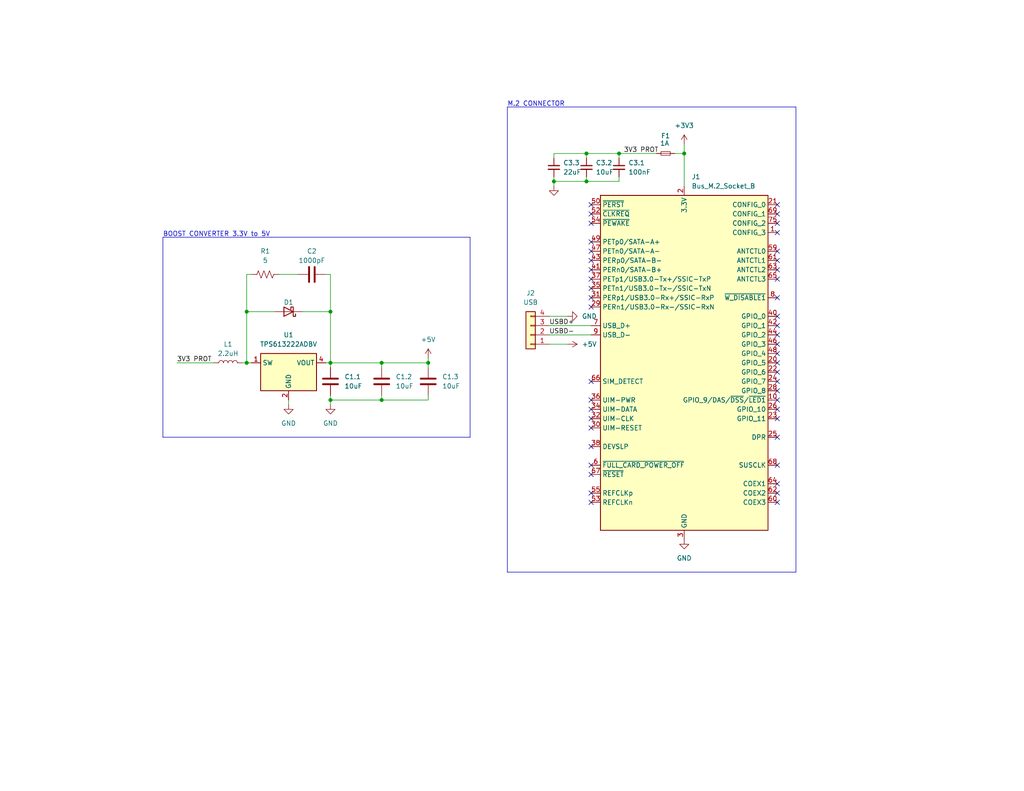
<source format=kicad_sch>
(kicad_sch (version 20230121) (generator eeschema)
  (paper "USLetter")
  (title_block (title "Logitech Unifying 2242") (date "2023-01-24") (rev "A") (company "Ben Owen"))
  (lib_symbols
    (symbol "Connector:Bus_M.2_Socket_B"
      (property "Reference" "J" (at -22.86 46.99 0))
      (property "Value" "Bus_M.2_Socket_B" (at 16.51 46.99 0))
      (symbol "Bus_M.2_Socket_B_0_1"
        (rectangle (start -22.86 45.72) (end 22.86 -45.72) (stroke (width 0.254)) (fill (type background)))
      )
      (symbol "Bus_M.2_Socket_B_1_1"
        (pin input line (at 25.4 35.56 180) (length 2.54) (name "CONFIG_3") (number "1"))
        (pin bidirectional line (at 25.4 -10.16 180) (length 2.54) (name "GPIO_9/DAS/~{DSS}/~{LED1}") (number "10"))
        (pin passive line (at 0 -48.26 90) (length 2.54) hide (name "GND") (number "11"))
        (pin power_in line (at 0 48.26 270) (length 2.54) (name "3.3V") (number "2"))
        (pin bidirectional line (at 25.4 0 180) (length 2.54) (name "GPIO_5") (number "20"))
        (pin input line (at 25.4 43.18 180) (length 2.54) (name "CONFIG_0") (number "21"))
        (pin bidirectional line (at 25.4 -2.54 180) (length 2.54) (name "GPIO_6") (number "22"))
        (pin bidirectional line (at 25.4 -15.24 180) (length 2.54) (name "GPIO_11") (number "23"))
        (pin bidirectional line (at 25.4 -5.08 180) (length 2.54) (name "GPIO_7") (number "24"))
        (pin output line (at 25.4 -20.32 180) (length 2.54) (name "DPR") (number "25"))
        (pin bidirectional line (at 25.4 -12.7 180) (length 2.54) (name "GPIO_10") (number "26"))
        (pin passive line (at 0 -48.26 90) (length 2.54) hide (name "GND") (number "27"))
        (pin bidirectional line (at 25.4 -7.62 180) (length 2.54) (name "GPIO_8") (number "28"))
        (pin input line (at -25.4 15.24 0) (length 2.54) (name "PERn1/USB3.0-Rx-/SSIC-RxN") (number "29"))
        (pin power_in line (at 0 -48.26 90) (length 2.54) (name "GND") (number "3"))
        (pin input line (at -25.4 -17.78 0) (length 2.54) (name "UIM-RESET") (number "30"))
        (pin input line (at -25.4 17.78 0) (length 2.54) (name "PERp1/USB3.0-Rx+/SSIC-RxP") (number "31"))
        (pin input line (at -25.4 -15.24 0) (length 2.54) (name "UIM-CLK") (number "32"))
        (pin passive line (at 0 -48.26 90) (length 2.54) hide (name "GND") (number "33"))
        (pin bidirectional line (at -25.4 -12.7 0) (length 2.54) (name "UIM-DATA") (number "34"))
        (pin output line (at -25.4 20.32 0) (length 2.54) (name "PETn1/USB3.0-Tx-/SSIC-TxN") (number "35"))
        (pin input line (at -25.4 -10.16 0) (length 2.54) (name "UIM-PWR") (number "36"))
        (pin output line (at -25.4 22.86 0) (length 2.54) (name "PETp1/USB3.0-Tx+/SSIC-TxP") (number "37"))
        (pin output line (at -25.4 -22.86 0) (length 2.54) (name "DEVSLP") (number "38"))
        (pin passive line (at 0 -48.26 90) (length 2.54) hide (name "GND") (number "39"))
        (pin passive line (at 0 48.26 270) (length 2.54) hide (name "3.3V") (number "4"))
        (pin bidirectional line (at 25.4 12.7 180) (length 2.54) (name "GPIO_0") (number "40"))
        (pin input line (at -25.4 25.4 0) (length 2.54) (name "PERn0/SATA-B+") (number "41"))
        (pin bidirectional line (at 25.4 10.16 180) (length 2.54) (name "GPIO_1") (number "42"))
        (pin input line (at -25.4 27.94 0) (length 2.54) (name "PERp0/SATA-B-") (number "43"))
        (pin bidirectional line (at 25.4 7.62 180) (length 2.54) (name "GPIO_2") (number "44"))
        (pin passive line (at 0 -48.26 90) (length 2.54) hide (name "GND") (number "45"))
        (pin bidirectional line (at 25.4 5.08 180) (length 2.54) (name "GPIO_3") (number "46"))
        (pin output line (at -25.4 30.48 0) (length 2.54) (name "PETn0/SATA-A-") (number "47"))
        (pin bidirectional line (at 25.4 2.54 180) (length 2.54) (name "GPIO_4") (number "48"))
        (pin output line (at -25.4 33.02 0) (length 2.54) (name "PETp0/SATA-A+") (number "49"))
        (pin passive line (at 0 -48.26 90) (length 2.54) hide (name "GND") (number "5"))
        (pin output line (at -25.4 43.18 0) (length 2.54) (name "~{PERST}") (number "50"))
        (pin passive line (at 0 -48.26 90) (length 2.54) hide (name "GND") (number "51"))
        (pin bidirectional line (at -25.4 40.64 0) (length 2.54) (name "~{CLKREQ}") (number "52"))
        (pin output line (at -25.4 -38.1 0) (length 2.54) (name "REFCLKn") (number "53"))
        (pin bidirectional line (at -25.4 38.1 0) (length 2.54) (name "~{PEWAKE}") (number "54"))
        (pin output line (at -25.4 -35.56 0) (length 2.54) (name "REFCLKp") (number "55"))
        (pin no_connect line (at 22.86 -43.18 180) (length 2.54) hide (name "NC") (number "56"))
        (pin passive line (at 0 -48.26 90) (length 2.54) hide (name "GND") (number "57"))
        (pin no_connect line (at 22.86 -40.64 180) (length 2.54) hide (name "NC") (number "58"))
        (pin input line (at 25.4 30.48 180) (length 2.54) (name "ANTCTL0") (number "59"))
        (pin output line (at -25.4 -27.94 0) (length 2.54) (name "~{FULL_CARD_POWER_OFF}") (number "6"))
        (pin bidirectional line (at 25.4 -38.1 180) (length 2.54) (name "COEX3") (number "60"))
        (pin input line (at 25.4 27.94 180) (length 2.54) (name "ANTCTL1") (number "61"))
        (pin bidirectional line (at 25.4 -35.56 180) (length 2.54) (name "COEX2") (number "62"))
        (pin input line (at 25.4 25.4 180) (length 2.54) (name "ANTCTL2") (number "63"))
        (pin bidirectional line (at 25.4 -33.02 180) (length 2.54) (name "COEX1") (number "64"))
        (pin input line (at 25.4 22.86 180) (length 2.54) (name "ANTCTL3") (number "65"))
        (pin output line (at -25.4 -5.08 0) (length 2.54) (name "SIM_DETECT") (number "66"))
        (pin output line (at -25.4 -30.48 0) (length 2.54) (name "~{RESET}") (number "67"))
        (pin output line (at 25.4 -27.94 180) (length 2.54) (name "SUSCLK") (number "68"))
        (pin input line (at 25.4 40.64 180) (length 2.54) (name "CONFIG_1") (number "69"))
        (pin bidirectional line (at -25.4 10.16 0) (length 2.54) (name "USB_D+") (number "7"))
        (pin passive line (at 0 48.26 270) (length 2.54) hide (name "3.3V") (number "70"))
        (pin passive line (at 0 -48.26 90) (length 2.54) hide (name "GND") (number "71"))
        (pin passive line (at 0 48.26 270) (length 2.54) hide (name "3.3V") (number "72"))
        (pin passive line (at 0 -48.26 90) (length 2.54) hide (name "GND") (number "73"))
        (pin passive line (at 0 48.26 270) (length 2.54) hide (name "3.3V") (number "74"))
        (pin input line (at 25.4 38.1 180) (length 2.54) (name "CONFIG_2") (number "75"))
        (pin output line (at 25.4 17.78 180) (length 2.54) (name "~{W_DISABLE1}") (number "8"))
        (pin bidirectional line (at -25.4 7.62 0) (length 2.54) (name "USB_D-") (number "9"))
      )
    )
    (symbol "Connector_Generic:Conn_01x04" (pin_names (offset 1.016) hide)
      (property "Reference" "J" (at 0 5.08 0))
      (property "Value" "Conn_01x04" (at 0 -7.62 0))
      (symbol "Conn_01x04_1_1"
        (rectangle (start -1.27 -4.953) (end 0 -5.207) (stroke (width 0.1524)))
        (rectangle (start -1.27 -2.413) (end 0 -2.667) (stroke (width 0.1524)))
        (rectangle (start -1.27 0.127) (end 0 -0.127) (stroke (width 0.1524)))
        (rectangle (start -1.27 2.667) (end 0 2.413) (stroke (width 0.1524)))
        (rectangle (start -1.27 3.81) (end 1.27 -6.35) (stroke (width 0.254)) (fill (type background)))
        (pin passive line (at -5.08 2.54 0) (length 3.81) (name "Pin_1") (number "1"))
        (pin passive line (at -5.08 0 0) (length 3.81) (name "Pin_2") (number "2"))
        (pin passive line (at -5.08 -2.54 0) (length 3.81) (name "Pin_3") (number "3"))
        (pin passive line (at -5.08 -5.08 0) (length 3.81) (name "Pin_4") (number "4"))
      )
    )
    (symbol "Device:C" (pin_numbers hide) (pin_names (offset 0.254))
      (property "Reference" "C" (at 0.635 2.54 0))
      (property "Value" "C" (at 0.635 -2.54 0))
      (symbol "C_0_1"
        (polyline (pts (xy -2.032 -0.762) (xy 2.032 -0.762)) (stroke (width 0.508)))
        (polyline (pts (xy -2.032 0.762) (xy 2.032 0.762)) (stroke (width 0.508)))
      )
      (symbol "C_1_1"
        (pin passive line (at 0 3.81 270) (length 2.794) (name "~") (number "1"))
        (pin passive line (at 0 -3.81 90) (length 2.794) (name "~") (number "2"))
      )
    )
    (symbol "Device:C_Small" (pin_numbers hide) (pin_names (offset 0.254) hide)
      (property "Reference" "C" (at 0.254 1.778 0))
      (property "Value" "C_Small" (at 0.254 -2.032 0))
      (symbol "C_Small_0_1"
        (polyline (pts (xy -1.524 -0.508) (xy 1.524 -0.508)) (stroke (width 0.3302)))
        (polyline (pts (xy -1.524 0.508) (xy 1.524 0.508)) (stroke (width 0.3048)))
      )
      (symbol "C_Small_1_1"
        (pin passive line (at 0 2.54 270) (length 2.032) (name "~") (number "1"))
        (pin passive line (at 0 -2.54 90) (length 2.032) (name "~") (number "2"))
      )
    )
    (symbol "Device:D_Schottky" (pin_numbers hide) (pin_names (offset 1.016) hide)
      (property "Reference" "D" (at 0 2.54 0))
      (property "Value" "D_Schottky" (at 0 -2.54 0))
      (symbol "D_Schottky_0_1"
        (polyline (pts (xy 1.27 0) (xy -1.27 0)))
        (polyline (pts (xy 1.27 1.27) (xy 1.27 -1.27) (xy -1.27 0) (xy 1.27 1.27)) (stroke (width 0.254)))
        (polyline (pts (xy -1.905 0.635) (xy -1.905 1.27) (xy -1.27 1.27) (xy -1.27 -1.27) (xy -0.635 -1.27) (xy -0.635 -0.635)) (stroke (width 0.254)))
      )
      (symbol "D_Schottky_1_1"
        (pin passive line (at -3.81 0 0) (length 2.54) (name "K") (number "1"))
        (pin passive line (at 3.81 0 180) (length 2.54) (name "A") (number "2"))
      )
    )
    (symbol "Device:Fuse_Small" (pin_numbers hide) (pin_names (offset 0.254) hide)
      (property "Reference" "F" (at 0 -1.524 0))
      (property "Value" "Fuse_Small" (at 0 1.524 0))
      (symbol "Fuse_Small_0_1"
        (rectangle (start -1.27 0.508) (end 1.27 -0.508))
        (polyline (pts (xy -1.27 0) (xy 1.27 0)))
      )
      (symbol "Fuse_Small_1_1"
        (pin passive line (at -2.54 0 0) (length 1.27) (name "~") (number "1"))
        (pin passive line (at 2.54 0 180) (length 1.27) (name "~") (number "2"))
      )
    )
    (symbol "Device:L" (pin_numbers hide) (pin_names (offset 1.016) hide)
      (property "Reference" "L" (at -1.27 0 90))
      (property "Value" "L" (at 1.905 0 90))
      (symbol "L_0_1"
        (arc (start 0 -2.54) (mid 0.6323 -1.905) (end 0 -1.27))
        (arc (start 0 -1.27) (mid 0.6323 -0.635) (end 0 0))
        (arc (start 0 0) (mid 0.6323 0.635) (end 0 1.27))
        (arc (start 0 1.27) (mid 0.6323 1.905) (end 0 2.54))
      )
      (symbol "L_1_1"
        (pin passive line (at 0 3.81 270) (length 1.27) (name "1") (number "1"))
        (pin passive line (at 0 -3.81 90) (length 1.27) (name "2") (number "2"))
      )
    )
    (symbol "Device:R_US" (pin_numbers hide) (pin_names (offset 0))
      (property "Reference" "R" (at 2.54 0 90))
      (property "Value" "R_US" (at -2.54 0 90))
      (symbol "R_US_0_1"
        (polyline (pts (xy 0 -2.286) (xy 0 -2.54)))
        (polyline (pts (xy 0 2.286) (xy 0 2.54)))
        (polyline (pts (xy 0 -0.762) (xy 1.016 -1.143) (xy 0 -1.524) (xy -1.016 -1.905) (xy 0 -2.286)))
        (polyline (pts (xy 0 0.762) (xy 1.016 0.381) (xy 0 0) (xy -1.016 -0.381) (xy 0 -0.762)))
        (polyline (pts (xy 0 2.286) (xy 1.016 1.905) (xy 0 1.524) (xy -1.016 1.143) (xy 0 0.762)))
      )
      (symbol "R_US_1_1"
        (pin passive line (at 0 3.81 270) (length 1.27) (name "~") (number "1"))
        (pin passive line (at 0 -3.81 90) (length 1.27) (name "~") (number "2"))
      )
    )
    (symbol "Regulator_Switching:TPS613222ADBV"
      (property "Reference" "U" (at -7.62 6.35 0))
      (property "Value" "TPS613222ADBV" (at 2.54 6.35 0))
      (symbol "TPS613222ADBV_0_1"
        (rectangle (start -7.62 5.08) (end 7.62 -5.08) (stroke (width 0.254)) (fill (type background)))
      )
      (symbol "TPS613222ADBV_1_1"
        (pin power_in line (at -10.16 2.54 0) (length 2.54) (name "SW") (number "1"))
        (pin power_in line (at 0 -7.62 90) (length 2.54) (name "GND") (number "2"))
        (pin no_connect line (at -7.62 -2.54 0) (length 2.54) hide (name "NC") (number "3"))
        (pin power_out line (at 10.16 2.54 180) (length 2.54) (name "VOUT") (number "4"))
        (pin no_connect line (at 7.62 -2.54 180) (length 2.54) hide (name "NC") (number "5"))
      )
    )
    (symbol "power:+3V3" (power) (pin_names (offset 0))
      (property "Value" "+3V3" (at 0 3.556 0))
      (symbol "+3V3_0_1"
        (polyline (pts (xy -0.762 1.27) (xy 0 2.54)))
        (polyline (pts (xy 0 0) (xy 0 2.54)))
        (polyline (pts (xy 0 2.54) (xy 0.762 1.27)))
      )
      (symbol "+3V3_1_1"
        (pin power_in line (at 0 0 90) (length 0) hide (name "+3V3") (number "1"))
      )
    )
    (symbol "power:+5V" (power) (pin_names (offset 0))
      (property "Value" "+5V" (at 0 3.556 0))
      (symbol "+5V_0_1"
        (polyline (pts (xy -0.762 1.27) (xy 0 2.54)))
        (polyline (pts (xy 0 0) (xy 0 2.54)))
        (polyline (pts (xy 0 2.54) (xy 0.762 1.27)))
      )
      (symbol "+5V_1_1"
        (pin power_in line (at 0 0 90) (length 0) hide (name "+5V") (number "1"))
      )
    )
    (symbol "power:GND" (power) (pin_names (offset 0))
      (property "Value" "GND" (at 0 -3.81 0))
      (symbol "GND_0_1"
        (polyline (pts (xy 0 0) (xy 0 -1.27) (xy 1.27 -1.27) (xy 0 -2.54) (xy -1.27 -1.27) (xy 0 -1.27)))
      )
      (symbol "GND_1_1"
        (pin power_in line (at 0 0 270) (length 0) hide (name "GND") (number "1"))
      )
    )
  )
  (junction (at 104.14 109.22))
  (junction (at 67.31 99.06))
  (junction (at 116.84 99.06))
  (junction (at 90.17 109.22))
  (junction (at 160.02 41.91))
  (junction (at 67.31 85.09))
  (junction (at 90.17 85.09))
  (junction (at 104.14 99.06))
  (junction (at 160.02 49.53))
  (junction (at 151.13 49.53))
  (junction (at 90.17 99.06))
  (junction (at 186.69 41.91))
  (junction (at 168.91 41.91))
  (no_connect (at 212.09 99.06))
  (no_connect (at 212.09 76.2))
  (no_connect (at 212.09 88.9))
  (no_connect (at 212.09 81.28))
  (no_connect (at 212.09 127))
  (no_connect (at 161.29 114.3))
  (no_connect (at 161.29 60.96))
  (no_connect (at 212.09 111.76))
  (no_connect (at 161.29 71.12))
  (no_connect (at 161.29 83.82))
  (no_connect (at 212.09 104.14))
  (no_connect (at 161.29 73.66))
  (no_connect (at 212.09 63.5))
  (no_connect (at 161.29 55.88))
  (no_connect (at 212.09 55.88))
  (no_connect (at 212.09 73.66))
  (no_connect (at 212.09 101.6))
  (no_connect (at 161.29 111.76))
  (no_connect (at 212.09 106.68))
  (no_connect (at 161.29 66.04))
  (no_connect (at 161.29 129.54))
  (no_connect (at 212.09 114.3))
  (no_connect (at 212.09 134.62))
  (no_connect (at 212.09 71.12))
  (no_connect (at 212.09 60.96))
  (no_connect (at 161.29 137.16))
  (no_connect (at 161.29 58.42))
  (no_connect (at 212.09 93.98))
  (no_connect (at 161.29 81.28))
  (no_connect (at 161.29 121.92))
  (no_connect (at 212.09 132.08))
  (no_connect (at 161.29 78.74))
  (no_connect (at 212.09 91.44))
  (no_connect (at 161.29 76.2))
  (no_connect (at 161.29 104.14))
  (no_connect (at 212.09 119.38))
  (no_connect (at 161.29 116.84))
  (no_connect (at 212.09 109.22))
  (no_connect (at 212.09 137.16))
  (no_connect (at 161.29 109.22))
  (no_connect (at 212.09 68.58))
  (no_connect (at 161.29 68.58))
  (no_connect (at 212.09 58.42))
  (no_connect (at 161.29 127))
  (no_connect (at 161.29 134.62))
  (no_connect (at 212.09 86.36))
  (no_connect (at 212.09 96.52))
  (wire (pts (xy 104.14 109.22) (xy 116.84 109.22)))
  (polyline (pts (xy 44.45 64.77) (xy 44.45 119.38)))
  (wire (pts (xy 149.86 88.9) (xy 161.29 88.9)))
  (wire (pts (xy 116.84 97.79) (xy 116.84 99.06)))
  (wire (pts (xy 168.91 41.91) (xy 160.02 41.91)))
  (polyline (pts (xy 217.17 29.21) (xy 217.17 156.21)))
  (wire (pts (xy 149.86 93.98) (xy 154.94 93.98)))
  (wire (pts (xy 104.14 99.06) (xy 116.84 99.06)))
  (wire (pts (xy 90.17 109.22) (xy 90.17 110.49)))
  (wire (pts (xy 90.17 107.95) (xy 90.17 109.22)))
  (wire (pts (xy 149.86 86.36) (xy 154.94 86.36)))
  (polyline (pts (xy 138.43 156.21) (xy 138.43 29.21)))
  (wire (pts (xy 82.55 85.09) (xy 90.17 85.09)))
  (wire (pts (xy 168.91 49.53) (xy 168.91 48.26)))
  (wire (pts (xy 67.31 99.06) (xy 68.58 99.06)))
  (wire (pts (xy 160.02 41.91) (xy 160.02 43.18)))
  (wire (pts (xy 151.13 49.53) (xy 151.13 50.8)))
  (wire (pts (xy 90.17 85.09) (xy 90.17 74.93)))
  (polyline (pts (xy 44.45 64.77) (xy 128.27 64.77)))
  (wire (pts (xy 151.13 41.91) (xy 151.13 43.18)))
  (wire (pts (xy 88.9 74.93) (xy 90.17 74.93)))
  (polyline (pts (xy 138.43 29.21) (xy 217.17 29.21)))
  (wire (pts (xy 90.17 109.22) (xy 104.14 109.22)))
  (wire (pts (xy 168.91 41.91) (xy 179.07 41.91)))
  (wire (pts (xy 90.17 99.06) (xy 104.14 99.06)))
  (wire (pts (xy 76.2 74.93) (xy 81.28 74.93)))
  (wire (pts (xy 67.31 85.09) (xy 74.93 85.09)))
  (wire (pts (xy 151.13 49.53) (xy 160.02 49.53)))
  (wire (pts (xy 67.31 74.93) (xy 67.31 85.09)))
  (wire (pts (xy 160.02 49.53) (xy 168.91 49.53)))
  (wire (pts (xy 186.69 39.37) (xy 186.69 41.91)))
  (wire (pts (xy 68.58 74.93) (xy 67.31 74.93)))
  (wire (pts (xy 149.86 91.44) (xy 161.29 91.44)))
  (wire (pts (xy 160.02 49.53) (xy 160.02 48.26)))
  (polyline (pts (xy 217.17 156.21) (xy 138.43 156.21)))
  (wire (pts (xy 67.31 99.06) (xy 67.31 85.09)))
  (wire (pts (xy 104.14 99.06) (xy 104.14 100.33)))
  (wire (pts (xy 104.14 109.22) (xy 104.14 107.95)))
  (wire (pts (xy 168.91 41.91) (xy 168.91 43.18)))
  (wire (pts (xy 78.74 109.22) (xy 78.74 110.49)))
  (wire (pts (xy 160.02 41.91) (xy 151.13 41.91)))
  (wire (pts (xy 116.84 99.06) (xy 116.84 100.33)))
  (polyline (pts (xy 128.27 64.77) (xy 128.27 119.38)))
  (wire (pts (xy 90.17 85.09) (xy 90.17 99.06)))
  (wire (pts (xy 48.26 99.06) (xy 58.42 99.06)))
  (wire (pts (xy 151.13 48.26) (xy 151.13 49.53)))
  (wire (pts (xy 66.04 99.06) (xy 67.31 99.06)))
  (wire (pts (xy 184.15 41.91) (xy 186.69 41.91)))
  (wire (pts (xy 90.17 99.06) (xy 90.17 100.33)))
  (polyline (pts (xy 128.27 119.38) (xy 44.45 119.38)))
  (wire (pts (xy 116.84 109.22) (xy 116.84 107.95)))
  (wire (pts (xy 88.9 99.06) (xy 90.17 99.06)))
  (wire (pts (xy 186.69 41.91) (xy 186.69 50.8)))
  (text "M.2 CONNECTOR" (at 138.43 29.21 0) (effects (font (size 1.27 1.27)) (justify left bottom)))
  (text "BOOST CONVERTER 3.3V to 5V" (at 44.45 64.77 0) (effects (font (size 1.27 1.27)) (justify left bottom)))
  (label "USBD-" (at 149.86 91.44 0))
  (label "USBD+" (at 149.86 88.9 0))
  (label "3V3 PROT" (at 170.18 41.91 0))
  (label "3V3 PROT" (at 48.26 99.06 0))
  (symbol (lib_id "Device:C") (at 104.14 104.14 0) (unit 1)
    (property "Reference" "C1.2" (at 107.95 102.8699 0) (effects (justify left)))
    (property "Value" "10uF" (at 107.95 105.4099 0) (effects (justify left)))
    (property "Footprint" "Capacitor_SMD:C_0402_1005Metric_Pad0.74x0.62mm_HandSolder" (effects hide))
  )
  (symbol (lib_id "power:+3V3") (at 186.69 39.37 0) (unit 1)
    (property "Reference" "#PWR0108" (effects hide))
    (property "Value" "+3V3" (at 186.69 34.29 0))
  )
  (symbol (lib_id "Device:C_Small") (at 168.91 45.72 0) (unit 1)
    (property "Reference" "C3.1" (at 171.45 44.4562 0) (effects (justify left)))
    (property "Value" "100nF" (at 171.45 46.9962 0) (effects (justify left)))
    (property "Footprint" "Capacitor_SMD:C_0402_1005Metric_Pad0.74x0.62mm_HandSolder" (effects hide))
  )
  (symbol (lib_id "Device:D_Schottky") (at 78.74 85.09 180) (unit 1)
    (property "Reference" "D1" (at 78.74 82.55 0))
    (property "Value" "D_Schottky" (effects hide))
    (property "Footprint" "Diode_SMD:D_SOD-323" (effects hide))
  )
  (symbol (lib_id "power:+5V") (at 116.84 97.79 0) (unit 1)
    (property "Reference" "#PWR0102" (effects hide))
    (property "Value" "+5V" (at 116.84 92.71 0))
  )
  (symbol (lib_id "power:+5V") (at 154.94 93.98 270) (unit 1)
    (property "Reference" "#PWR0106" (effects hide))
    (property "Value" "+5V" (at 158.75 93.9799 90) (effects (justify left)))
  )
  (symbol (lib_id "Device:C") (at 85.09 74.93 90) (unit 1)
    (property "Reference" "C2" (at 85.09 68.58 90))
    (property "Value" "1000pF" (at 85.09 71.12 90))
    (property "Footprint" "Capacitor_SMD:C_0402_1005Metric_Pad0.74x0.62mm_HandSolder" (effects hide))
  )
  (symbol (lib_id "Connector:Bus_M.2_Socket_B") (at 186.69 99.06 0) (unit 1)
    (property "Reference" "J1" (at 188.7094 48.26 0) (effects (justify left)))
    (property "Value" "Bus_M.2_Socket_B" (at 188.7094 50.8 0) (effects (justify left)))
    (property "Footprint" "Connector_OTHER:M.2-2242-B+M-KEY_USB-ONLY" (effects hide))
    (property "Datasheet" "http://read.pudn.com/downloads794/doc/project/3133918/PCIe_M.2_Electromechanical_Spec_Rev1.0_Final_11012013_RS_Clean.pdf#page=154" (effects hide))
  )
  (symbol (lib_id "power:GND") (at 186.69 147.32 0) (unit 1)
    (property "Reference" "#PWR0105" (effects hide))
    (property "Value" "GND" (at 186.69 152.4 0))
  )
  (symbol (lib_id "Device:C_Small") (at 151.13 45.72 0) (unit 1)
    (property "Reference" "C3.3" (at 153.67 44.4562 0) (effects (justify left)))
    (property "Value" "22uF" (at 153.67 46.9962 0) (effects (justify left)))
    (property "Footprint" "Capacitor_SMD:C_0402_1005Metric_Pad0.74x0.62mm_HandSolder" (effects hide))
  )
  (symbol (lib_id "Device:C") (at 90.17 104.14 0) (unit 1)
    (property "Reference" "C1.1" (at 93.98 102.8699 0) (effects (justify left)))
    (property "Value" "10uF" (at 93.98 105.4099 0) (effects (justify left)))
    (property "Footprint" "Capacitor_SMD:C_0402_1005Metric_Pad0.74x0.62mm_HandSolder" (effects hide))
  )
  (symbol (lib_id "Device:C") (at 116.84 104.14 0) (unit 1)
    (property "Reference" "C1.3" (at 120.65 102.8699 0) (effects (justify left)))
    (property "Value" "10uF" (at 120.65 105.4099 0) (effects (justify left)))
    (property "Footprint" "Capacitor_SMD:C_0402_1005Metric_Pad0.74x0.62mm_HandSolder" (effects hide))
  )
  (symbol (lib_id "power:GND") (at 78.74 110.49 0) (unit 1)
    (property "Reference" "#PWR0103" (effects hide))
    (property "Value" "GND" (at 78.74 115.57 0))
  )
  (symbol (lib_id "power:GND") (at 154.94 86.36 90) (unit 1)
    (property "Reference" "#PWR0107" (effects hide))
    (property "Value" "GND" (at 158.75 86.3599 90) (effects (justify right)))
  )
  (symbol (lib_id "Device:Fuse_Small") (at 181.61 41.91 180) (unit 1)
    (property "Reference" "F1" (at 181.61 37.084 0))
    (property "Value" "1A" (at 181.356 39.116 0))
    (property "Footprint" "Fuse:Fuse_0603_1608Metric_Pad1.05x0.95mm_HandSolder" (effects hide))
  )
  (symbol (lib_id "Connector_Generic:Conn_01x04") (at 144.78 91.44 180) (unit 1)
    (property "Reference" "J2" (at 144.78 80.01 0))
    (property "Value" "USB" (at 144.78 82.55 0))
    (property "Footprint" "Connector_USB:USB_A_TE_292303-7_Horizontal" (effects hide))
  )
  (symbol (lib_id "Device:C_Small") (at 160.02 45.72 0) (unit 1)
    (property "Reference" "C3.2" (at 162.56 44.4562 0) (effects (justify left)))
    (property "Value" "10uF" (at 162.56 46.99 0) (effects (justify left)))
    (property "Footprint" "Capacitor_SMD:C_0402_1005Metric_Pad0.74x0.62mm_HandSolder" (effects hide))
  )
  (symbol (lib_id "Device:R_US") (at 72.39 74.93 90) (unit 1)
    (property "Reference" "R1" (at 72.39 68.58 90))
    (property "Value" "5" (at 72.39 71.12 90))
    (property "Footprint" "Resistor_SMD:R_0402_1005Metric_Pad0.72x0.64mm_HandSolder" (effects hide))
  )
  (symbol (lib_id "power:GND") (at 151.13 50.8 0) (unit 1)
    (property "Reference" "#PWR0109" (effects hide))
    (property "Value" "GND" (effects hide))
  )
  (symbol (lib_id "power:GND") (at 90.17 110.49 0) (unit 1)
    (property "Reference" "#PWR0104" (effects hide))
    (property "Value" "GND" (at 90.17 115.57 0))
  )
  (symbol (lib_id "Device:L") (at 62.23 99.06 90) (unit 1)
    (property "Reference" "L1" (at 62.23 93.98 90))
    (property "Value" "2.2uH" (at 62.23 96.52 90))
    (property "Footprint" "Inductor_SMD:L_1008_2520Metric_Pad1.43x2.20mm_HandSolder" (effects hide))
  )
  (symbol (lib_id "Regulator_Switching:TPS613222ADBV") (at 78.74 101.6 0) (unit 1)
    (property "Reference" "U1" (at 78.74 91.44 0))
    (property "Value" "TPS613222ADBV" (at 78.74 93.98 0))
    (property "Footprint" "Package_TO_SOT_SMD:SOT-23-5" (effects hide))
    (property "Datasheet" "http://www.ti.com/lit/ds/symlink/tps61322.pdf" (effects hide))
  )
)
</source>
